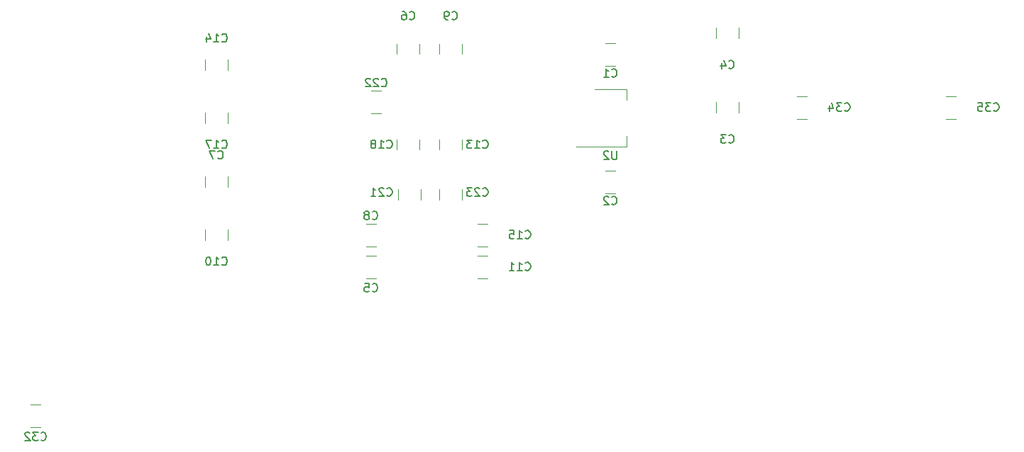
<source format=gbr>
G04 #@! TF.GenerationSoftware,KiCad,Pcbnew,(5.1.0)-1*
G04 #@! TF.CreationDate,2020-03-25T20:16:52-04:00*
G04 #@! TF.ProjectId,Bababooey,42616261-626f-46f6-9579-2e6b69636164,rev?*
G04 #@! TF.SameCoordinates,Original*
G04 #@! TF.FileFunction,Legend,Bot*
G04 #@! TF.FilePolarity,Positive*
%FSLAX46Y46*%
G04 Gerber Fmt 4.6, Leading zero omitted, Abs format (unit mm)*
G04 Created by KiCad (PCBNEW (5.1.0)-1) date 2020-03-25 20:16:52*
%MOMM*%
%LPD*%
G04 APERTURE LIST*
%ADD10C,0.120000*%
%ADD11C,0.150000*%
G04 APERTURE END LIST*
D10*
X179737936Y-24040000D02*
X180942064Y-24040000D01*
X179737936Y-26760000D02*
X180942064Y-26760000D01*
X161957936Y-24040000D02*
X163162064Y-24040000D01*
X161957936Y-26760000D02*
X163162064Y-26760000D01*
X70517936Y-60870000D02*
X71722064Y-60870000D01*
X70517936Y-63590000D02*
X71722064Y-63590000D01*
X119290000Y-36416064D02*
X119290000Y-35211936D01*
X122010000Y-36416064D02*
X122010000Y-35211936D01*
X112362064Y-26125000D02*
X111157936Y-26125000D01*
X112362064Y-23405000D02*
X111157936Y-23405000D01*
X114337000Y-36416064D02*
X114337000Y-35211936D01*
X117057000Y-36416064D02*
X117057000Y-35211936D01*
X116930000Y-29242936D02*
X116930000Y-30447064D01*
X114210000Y-29242936D02*
X114210000Y-30447064D01*
X94070000Y-26067936D02*
X94070000Y-27272064D01*
X91350000Y-26067936D02*
X91350000Y-27272064D01*
X123857936Y-39280000D02*
X125062064Y-39280000D01*
X123857936Y-42000000D02*
X125062064Y-42000000D01*
X94070000Y-19717936D02*
X94070000Y-20922064D01*
X91350000Y-19717936D02*
X91350000Y-20922064D01*
X122010000Y-29242936D02*
X122010000Y-30447064D01*
X119290000Y-29242936D02*
X119290000Y-30447064D01*
X123857936Y-43090000D02*
X125062064Y-43090000D01*
X123857936Y-45810000D02*
X125062064Y-45810000D01*
X94070000Y-40037936D02*
X94070000Y-41242064D01*
X91350000Y-40037936D02*
X91350000Y-41242064D01*
X119290000Y-19017064D02*
X119290000Y-17812936D01*
X122010000Y-19017064D02*
X122010000Y-17812936D01*
X111727064Y-42000000D02*
X110522936Y-42000000D01*
X111727064Y-39280000D02*
X110522936Y-39280000D01*
X94070000Y-33687936D02*
X94070000Y-34892064D01*
X91350000Y-33687936D02*
X91350000Y-34892064D01*
X114210000Y-19017064D02*
X114210000Y-17812936D01*
X116930000Y-19017064D02*
X116930000Y-17812936D01*
X111727064Y-45810000D02*
X110522936Y-45810000D01*
X111727064Y-43090000D02*
X110522936Y-43090000D01*
X152310000Y-17112064D02*
X152310000Y-15907936D01*
X155030000Y-17112064D02*
X155030000Y-15907936D01*
X155030000Y-24797936D02*
X155030000Y-26002064D01*
X152310000Y-24797936D02*
X152310000Y-26002064D01*
X139097936Y-32930000D02*
X140302064Y-32930000D01*
X139097936Y-35650000D02*
X140302064Y-35650000D01*
X139097936Y-17690000D02*
X140302064Y-17690000D01*
X139097936Y-20410000D02*
X140302064Y-20410000D01*
X135600000Y-30080000D02*
X141610000Y-30080000D01*
X137850000Y-23260000D02*
X141610000Y-23260000D01*
X141610000Y-30080000D02*
X141610000Y-28820000D01*
X141610000Y-23260000D02*
X141610000Y-24520000D01*
D11*
X185427857Y-25757142D02*
X185475476Y-25804761D01*
X185618333Y-25852380D01*
X185713571Y-25852380D01*
X185856428Y-25804761D01*
X185951666Y-25709523D01*
X185999285Y-25614285D01*
X186046904Y-25423809D01*
X186046904Y-25280952D01*
X185999285Y-25090476D01*
X185951666Y-24995238D01*
X185856428Y-24900000D01*
X185713571Y-24852380D01*
X185618333Y-24852380D01*
X185475476Y-24900000D01*
X185427857Y-24947619D01*
X185094523Y-24852380D02*
X184475476Y-24852380D01*
X184808809Y-25233333D01*
X184665952Y-25233333D01*
X184570714Y-25280952D01*
X184523095Y-25328571D01*
X184475476Y-25423809D01*
X184475476Y-25661904D01*
X184523095Y-25757142D01*
X184570714Y-25804761D01*
X184665952Y-25852380D01*
X184951666Y-25852380D01*
X185046904Y-25804761D01*
X185094523Y-25757142D01*
X183570714Y-24852380D02*
X184046904Y-24852380D01*
X184094523Y-25328571D01*
X184046904Y-25280952D01*
X183951666Y-25233333D01*
X183713571Y-25233333D01*
X183618333Y-25280952D01*
X183570714Y-25328571D01*
X183523095Y-25423809D01*
X183523095Y-25661904D01*
X183570714Y-25757142D01*
X183618333Y-25804761D01*
X183713571Y-25852380D01*
X183951666Y-25852380D01*
X184046904Y-25804761D01*
X184094523Y-25757142D01*
X167647857Y-25757142D02*
X167695476Y-25804761D01*
X167838333Y-25852380D01*
X167933571Y-25852380D01*
X168076428Y-25804761D01*
X168171666Y-25709523D01*
X168219285Y-25614285D01*
X168266904Y-25423809D01*
X168266904Y-25280952D01*
X168219285Y-25090476D01*
X168171666Y-24995238D01*
X168076428Y-24900000D01*
X167933571Y-24852380D01*
X167838333Y-24852380D01*
X167695476Y-24900000D01*
X167647857Y-24947619D01*
X167314523Y-24852380D02*
X166695476Y-24852380D01*
X167028809Y-25233333D01*
X166885952Y-25233333D01*
X166790714Y-25280952D01*
X166743095Y-25328571D01*
X166695476Y-25423809D01*
X166695476Y-25661904D01*
X166743095Y-25757142D01*
X166790714Y-25804761D01*
X166885952Y-25852380D01*
X167171666Y-25852380D01*
X167266904Y-25804761D01*
X167314523Y-25757142D01*
X165838333Y-25185714D02*
X165838333Y-25852380D01*
X166076428Y-24804761D02*
X166314523Y-25519047D01*
X165695476Y-25519047D01*
X71762857Y-65127142D02*
X71810476Y-65174761D01*
X71953333Y-65222380D01*
X72048571Y-65222380D01*
X72191428Y-65174761D01*
X72286666Y-65079523D01*
X72334285Y-64984285D01*
X72381904Y-64793809D01*
X72381904Y-64650952D01*
X72334285Y-64460476D01*
X72286666Y-64365238D01*
X72191428Y-64270000D01*
X72048571Y-64222380D01*
X71953333Y-64222380D01*
X71810476Y-64270000D01*
X71762857Y-64317619D01*
X71429523Y-64222380D02*
X70810476Y-64222380D01*
X71143809Y-64603333D01*
X71000952Y-64603333D01*
X70905714Y-64650952D01*
X70858095Y-64698571D01*
X70810476Y-64793809D01*
X70810476Y-65031904D01*
X70858095Y-65127142D01*
X70905714Y-65174761D01*
X71000952Y-65222380D01*
X71286666Y-65222380D01*
X71381904Y-65174761D01*
X71429523Y-65127142D01*
X70429523Y-64317619D02*
X70381904Y-64270000D01*
X70286666Y-64222380D01*
X70048571Y-64222380D01*
X69953333Y-64270000D01*
X69905714Y-64317619D01*
X69858095Y-64412857D01*
X69858095Y-64508095D01*
X69905714Y-64650952D01*
X70477142Y-65222380D01*
X69858095Y-65222380D01*
X124467857Y-35917142D02*
X124515476Y-35964761D01*
X124658333Y-36012380D01*
X124753571Y-36012380D01*
X124896428Y-35964761D01*
X124991666Y-35869523D01*
X125039285Y-35774285D01*
X125086904Y-35583809D01*
X125086904Y-35440952D01*
X125039285Y-35250476D01*
X124991666Y-35155238D01*
X124896428Y-35060000D01*
X124753571Y-35012380D01*
X124658333Y-35012380D01*
X124515476Y-35060000D01*
X124467857Y-35107619D01*
X124086904Y-35107619D02*
X124039285Y-35060000D01*
X123944047Y-35012380D01*
X123705952Y-35012380D01*
X123610714Y-35060000D01*
X123563095Y-35107619D01*
X123515476Y-35202857D01*
X123515476Y-35298095D01*
X123563095Y-35440952D01*
X124134523Y-36012380D01*
X123515476Y-36012380D01*
X123182142Y-35012380D02*
X122563095Y-35012380D01*
X122896428Y-35393333D01*
X122753571Y-35393333D01*
X122658333Y-35440952D01*
X122610714Y-35488571D01*
X122563095Y-35583809D01*
X122563095Y-35821904D01*
X122610714Y-35917142D01*
X122658333Y-35964761D01*
X122753571Y-36012380D01*
X123039285Y-36012380D01*
X123134523Y-35964761D01*
X123182142Y-35917142D01*
X112402857Y-22842142D02*
X112450476Y-22889761D01*
X112593333Y-22937380D01*
X112688571Y-22937380D01*
X112831428Y-22889761D01*
X112926666Y-22794523D01*
X112974285Y-22699285D01*
X113021904Y-22508809D01*
X113021904Y-22365952D01*
X112974285Y-22175476D01*
X112926666Y-22080238D01*
X112831428Y-21985000D01*
X112688571Y-21937380D01*
X112593333Y-21937380D01*
X112450476Y-21985000D01*
X112402857Y-22032619D01*
X112021904Y-22032619D02*
X111974285Y-21985000D01*
X111879047Y-21937380D01*
X111640952Y-21937380D01*
X111545714Y-21985000D01*
X111498095Y-22032619D01*
X111450476Y-22127857D01*
X111450476Y-22223095D01*
X111498095Y-22365952D01*
X112069523Y-22937380D01*
X111450476Y-22937380D01*
X111069523Y-22032619D02*
X111021904Y-21985000D01*
X110926666Y-21937380D01*
X110688571Y-21937380D01*
X110593333Y-21985000D01*
X110545714Y-22032619D01*
X110498095Y-22127857D01*
X110498095Y-22223095D01*
X110545714Y-22365952D01*
X111117142Y-22937380D01*
X110498095Y-22937380D01*
X113037857Y-35917142D02*
X113085476Y-35964761D01*
X113228333Y-36012380D01*
X113323571Y-36012380D01*
X113466428Y-35964761D01*
X113561666Y-35869523D01*
X113609285Y-35774285D01*
X113656904Y-35583809D01*
X113656904Y-35440952D01*
X113609285Y-35250476D01*
X113561666Y-35155238D01*
X113466428Y-35060000D01*
X113323571Y-35012380D01*
X113228333Y-35012380D01*
X113085476Y-35060000D01*
X113037857Y-35107619D01*
X112656904Y-35107619D02*
X112609285Y-35060000D01*
X112514047Y-35012380D01*
X112275952Y-35012380D01*
X112180714Y-35060000D01*
X112133095Y-35107619D01*
X112085476Y-35202857D01*
X112085476Y-35298095D01*
X112133095Y-35440952D01*
X112704523Y-36012380D01*
X112085476Y-36012380D01*
X111133095Y-36012380D02*
X111704523Y-36012380D01*
X111418809Y-36012380D02*
X111418809Y-35012380D01*
X111514047Y-35155238D01*
X111609285Y-35250476D01*
X111704523Y-35298095D01*
X113037857Y-30202142D02*
X113085476Y-30249761D01*
X113228333Y-30297380D01*
X113323571Y-30297380D01*
X113466428Y-30249761D01*
X113561666Y-30154523D01*
X113609285Y-30059285D01*
X113656904Y-29868809D01*
X113656904Y-29725952D01*
X113609285Y-29535476D01*
X113561666Y-29440238D01*
X113466428Y-29345000D01*
X113323571Y-29297380D01*
X113228333Y-29297380D01*
X113085476Y-29345000D01*
X113037857Y-29392619D01*
X112085476Y-30297380D02*
X112656904Y-30297380D01*
X112371190Y-30297380D02*
X112371190Y-29297380D01*
X112466428Y-29440238D01*
X112561666Y-29535476D01*
X112656904Y-29583095D01*
X111514047Y-29725952D02*
X111609285Y-29678333D01*
X111656904Y-29630714D01*
X111704523Y-29535476D01*
X111704523Y-29487857D01*
X111656904Y-29392619D01*
X111609285Y-29345000D01*
X111514047Y-29297380D01*
X111323571Y-29297380D01*
X111228333Y-29345000D01*
X111180714Y-29392619D01*
X111133095Y-29487857D01*
X111133095Y-29535476D01*
X111180714Y-29630714D01*
X111228333Y-29678333D01*
X111323571Y-29725952D01*
X111514047Y-29725952D01*
X111609285Y-29773571D01*
X111656904Y-29821190D01*
X111704523Y-29916428D01*
X111704523Y-30106904D01*
X111656904Y-30202142D01*
X111609285Y-30249761D01*
X111514047Y-30297380D01*
X111323571Y-30297380D01*
X111228333Y-30249761D01*
X111180714Y-30202142D01*
X111133095Y-30106904D01*
X111133095Y-29916428D01*
X111180714Y-29821190D01*
X111228333Y-29773571D01*
X111323571Y-29725952D01*
X93352857Y-30202142D02*
X93400476Y-30249761D01*
X93543333Y-30297380D01*
X93638571Y-30297380D01*
X93781428Y-30249761D01*
X93876666Y-30154523D01*
X93924285Y-30059285D01*
X93971904Y-29868809D01*
X93971904Y-29725952D01*
X93924285Y-29535476D01*
X93876666Y-29440238D01*
X93781428Y-29345000D01*
X93638571Y-29297380D01*
X93543333Y-29297380D01*
X93400476Y-29345000D01*
X93352857Y-29392619D01*
X92400476Y-30297380D02*
X92971904Y-30297380D01*
X92686190Y-30297380D02*
X92686190Y-29297380D01*
X92781428Y-29440238D01*
X92876666Y-29535476D01*
X92971904Y-29583095D01*
X92067142Y-29297380D02*
X91400476Y-29297380D01*
X91829047Y-30297380D01*
X129547857Y-40997142D02*
X129595476Y-41044761D01*
X129738333Y-41092380D01*
X129833571Y-41092380D01*
X129976428Y-41044761D01*
X130071666Y-40949523D01*
X130119285Y-40854285D01*
X130166904Y-40663809D01*
X130166904Y-40520952D01*
X130119285Y-40330476D01*
X130071666Y-40235238D01*
X129976428Y-40140000D01*
X129833571Y-40092380D01*
X129738333Y-40092380D01*
X129595476Y-40140000D01*
X129547857Y-40187619D01*
X128595476Y-41092380D02*
X129166904Y-41092380D01*
X128881190Y-41092380D02*
X128881190Y-40092380D01*
X128976428Y-40235238D01*
X129071666Y-40330476D01*
X129166904Y-40378095D01*
X127690714Y-40092380D02*
X128166904Y-40092380D01*
X128214523Y-40568571D01*
X128166904Y-40520952D01*
X128071666Y-40473333D01*
X127833571Y-40473333D01*
X127738333Y-40520952D01*
X127690714Y-40568571D01*
X127643095Y-40663809D01*
X127643095Y-40901904D01*
X127690714Y-40997142D01*
X127738333Y-41044761D01*
X127833571Y-41092380D01*
X128071666Y-41092380D01*
X128166904Y-41044761D01*
X128214523Y-40997142D01*
X93352857Y-17502142D02*
X93400476Y-17549761D01*
X93543333Y-17597380D01*
X93638571Y-17597380D01*
X93781428Y-17549761D01*
X93876666Y-17454523D01*
X93924285Y-17359285D01*
X93971904Y-17168809D01*
X93971904Y-17025952D01*
X93924285Y-16835476D01*
X93876666Y-16740238D01*
X93781428Y-16645000D01*
X93638571Y-16597380D01*
X93543333Y-16597380D01*
X93400476Y-16645000D01*
X93352857Y-16692619D01*
X92400476Y-17597380D02*
X92971904Y-17597380D01*
X92686190Y-17597380D02*
X92686190Y-16597380D01*
X92781428Y-16740238D01*
X92876666Y-16835476D01*
X92971904Y-16883095D01*
X91543333Y-16930714D02*
X91543333Y-17597380D01*
X91781428Y-16549761D02*
X92019523Y-17264047D01*
X91400476Y-17264047D01*
X124467857Y-30202142D02*
X124515476Y-30249761D01*
X124658333Y-30297380D01*
X124753571Y-30297380D01*
X124896428Y-30249761D01*
X124991666Y-30154523D01*
X125039285Y-30059285D01*
X125086904Y-29868809D01*
X125086904Y-29725952D01*
X125039285Y-29535476D01*
X124991666Y-29440238D01*
X124896428Y-29345000D01*
X124753571Y-29297380D01*
X124658333Y-29297380D01*
X124515476Y-29345000D01*
X124467857Y-29392619D01*
X123515476Y-30297380D02*
X124086904Y-30297380D01*
X123801190Y-30297380D02*
X123801190Y-29297380D01*
X123896428Y-29440238D01*
X123991666Y-29535476D01*
X124086904Y-29583095D01*
X123182142Y-29297380D02*
X122563095Y-29297380D01*
X122896428Y-29678333D01*
X122753571Y-29678333D01*
X122658333Y-29725952D01*
X122610714Y-29773571D01*
X122563095Y-29868809D01*
X122563095Y-30106904D01*
X122610714Y-30202142D01*
X122658333Y-30249761D01*
X122753571Y-30297380D01*
X123039285Y-30297380D01*
X123134523Y-30249761D01*
X123182142Y-30202142D01*
X129547857Y-44807142D02*
X129595476Y-44854761D01*
X129738333Y-44902380D01*
X129833571Y-44902380D01*
X129976428Y-44854761D01*
X130071666Y-44759523D01*
X130119285Y-44664285D01*
X130166904Y-44473809D01*
X130166904Y-44330952D01*
X130119285Y-44140476D01*
X130071666Y-44045238D01*
X129976428Y-43950000D01*
X129833571Y-43902380D01*
X129738333Y-43902380D01*
X129595476Y-43950000D01*
X129547857Y-43997619D01*
X128595476Y-44902380D02*
X129166904Y-44902380D01*
X128881190Y-44902380D02*
X128881190Y-43902380D01*
X128976428Y-44045238D01*
X129071666Y-44140476D01*
X129166904Y-44188095D01*
X127643095Y-44902380D02*
X128214523Y-44902380D01*
X127928809Y-44902380D02*
X127928809Y-43902380D01*
X128024047Y-44045238D01*
X128119285Y-44140476D01*
X128214523Y-44188095D01*
X93352857Y-44172142D02*
X93400476Y-44219761D01*
X93543333Y-44267380D01*
X93638571Y-44267380D01*
X93781428Y-44219761D01*
X93876666Y-44124523D01*
X93924285Y-44029285D01*
X93971904Y-43838809D01*
X93971904Y-43695952D01*
X93924285Y-43505476D01*
X93876666Y-43410238D01*
X93781428Y-43315000D01*
X93638571Y-43267380D01*
X93543333Y-43267380D01*
X93400476Y-43315000D01*
X93352857Y-43362619D01*
X92400476Y-44267380D02*
X92971904Y-44267380D01*
X92686190Y-44267380D02*
X92686190Y-43267380D01*
X92781428Y-43410238D01*
X92876666Y-43505476D01*
X92971904Y-43553095D01*
X91781428Y-43267380D02*
X91686190Y-43267380D01*
X91590952Y-43315000D01*
X91543333Y-43362619D01*
X91495714Y-43457857D01*
X91448095Y-43648333D01*
X91448095Y-43886428D01*
X91495714Y-44076904D01*
X91543333Y-44172142D01*
X91590952Y-44219761D01*
X91686190Y-44267380D01*
X91781428Y-44267380D01*
X91876666Y-44219761D01*
X91924285Y-44172142D01*
X91971904Y-44076904D01*
X92019523Y-43886428D01*
X92019523Y-43648333D01*
X91971904Y-43457857D01*
X91924285Y-43362619D01*
X91876666Y-43315000D01*
X91781428Y-43267380D01*
X120816666Y-14835142D02*
X120864285Y-14882761D01*
X121007142Y-14930380D01*
X121102380Y-14930380D01*
X121245238Y-14882761D01*
X121340476Y-14787523D01*
X121388095Y-14692285D01*
X121435714Y-14501809D01*
X121435714Y-14358952D01*
X121388095Y-14168476D01*
X121340476Y-14073238D01*
X121245238Y-13978000D01*
X121102380Y-13930380D01*
X121007142Y-13930380D01*
X120864285Y-13978000D01*
X120816666Y-14025619D01*
X120340476Y-14930380D02*
X120150000Y-14930380D01*
X120054761Y-14882761D01*
X120007142Y-14835142D01*
X119911904Y-14692285D01*
X119864285Y-14501809D01*
X119864285Y-14120857D01*
X119911904Y-14025619D01*
X119959523Y-13978000D01*
X120054761Y-13930380D01*
X120245238Y-13930380D01*
X120340476Y-13978000D01*
X120388095Y-14025619D01*
X120435714Y-14120857D01*
X120435714Y-14358952D01*
X120388095Y-14454190D01*
X120340476Y-14501809D01*
X120245238Y-14549428D01*
X120054761Y-14549428D01*
X119959523Y-14501809D01*
X119911904Y-14454190D01*
X119864285Y-14358952D01*
X111291666Y-38717142D02*
X111339285Y-38764761D01*
X111482142Y-38812380D01*
X111577380Y-38812380D01*
X111720238Y-38764761D01*
X111815476Y-38669523D01*
X111863095Y-38574285D01*
X111910714Y-38383809D01*
X111910714Y-38240952D01*
X111863095Y-38050476D01*
X111815476Y-37955238D01*
X111720238Y-37860000D01*
X111577380Y-37812380D01*
X111482142Y-37812380D01*
X111339285Y-37860000D01*
X111291666Y-37907619D01*
X110720238Y-38240952D02*
X110815476Y-38193333D01*
X110863095Y-38145714D01*
X110910714Y-38050476D01*
X110910714Y-38002857D01*
X110863095Y-37907619D01*
X110815476Y-37860000D01*
X110720238Y-37812380D01*
X110529761Y-37812380D01*
X110434523Y-37860000D01*
X110386904Y-37907619D01*
X110339285Y-38002857D01*
X110339285Y-38050476D01*
X110386904Y-38145714D01*
X110434523Y-38193333D01*
X110529761Y-38240952D01*
X110720238Y-38240952D01*
X110815476Y-38288571D01*
X110863095Y-38336190D01*
X110910714Y-38431428D01*
X110910714Y-38621904D01*
X110863095Y-38717142D01*
X110815476Y-38764761D01*
X110720238Y-38812380D01*
X110529761Y-38812380D01*
X110434523Y-38764761D01*
X110386904Y-38717142D01*
X110339285Y-38621904D01*
X110339285Y-38431428D01*
X110386904Y-38336190D01*
X110434523Y-38288571D01*
X110529761Y-38240952D01*
X92876666Y-31472142D02*
X92924285Y-31519761D01*
X93067142Y-31567380D01*
X93162380Y-31567380D01*
X93305238Y-31519761D01*
X93400476Y-31424523D01*
X93448095Y-31329285D01*
X93495714Y-31138809D01*
X93495714Y-30995952D01*
X93448095Y-30805476D01*
X93400476Y-30710238D01*
X93305238Y-30615000D01*
X93162380Y-30567380D01*
X93067142Y-30567380D01*
X92924285Y-30615000D01*
X92876666Y-30662619D01*
X92543333Y-30567380D02*
X91876666Y-30567380D01*
X92305238Y-31567380D01*
X115736666Y-14835142D02*
X115784285Y-14882761D01*
X115927142Y-14930380D01*
X116022380Y-14930380D01*
X116165238Y-14882761D01*
X116260476Y-14787523D01*
X116308095Y-14692285D01*
X116355714Y-14501809D01*
X116355714Y-14358952D01*
X116308095Y-14168476D01*
X116260476Y-14073238D01*
X116165238Y-13978000D01*
X116022380Y-13930380D01*
X115927142Y-13930380D01*
X115784285Y-13978000D01*
X115736666Y-14025619D01*
X114879523Y-13930380D02*
X115070000Y-13930380D01*
X115165238Y-13978000D01*
X115212857Y-14025619D01*
X115308095Y-14168476D01*
X115355714Y-14358952D01*
X115355714Y-14739904D01*
X115308095Y-14835142D01*
X115260476Y-14882761D01*
X115165238Y-14930380D01*
X114974761Y-14930380D01*
X114879523Y-14882761D01*
X114831904Y-14835142D01*
X114784285Y-14739904D01*
X114784285Y-14501809D01*
X114831904Y-14406571D01*
X114879523Y-14358952D01*
X114974761Y-14311333D01*
X115165238Y-14311333D01*
X115260476Y-14358952D01*
X115308095Y-14406571D01*
X115355714Y-14501809D01*
X111291666Y-47347142D02*
X111339285Y-47394761D01*
X111482142Y-47442380D01*
X111577380Y-47442380D01*
X111720238Y-47394761D01*
X111815476Y-47299523D01*
X111863095Y-47204285D01*
X111910714Y-47013809D01*
X111910714Y-46870952D01*
X111863095Y-46680476D01*
X111815476Y-46585238D01*
X111720238Y-46490000D01*
X111577380Y-46442380D01*
X111482142Y-46442380D01*
X111339285Y-46490000D01*
X111291666Y-46537619D01*
X110386904Y-46442380D02*
X110863095Y-46442380D01*
X110910714Y-46918571D01*
X110863095Y-46870952D01*
X110767857Y-46823333D01*
X110529761Y-46823333D01*
X110434523Y-46870952D01*
X110386904Y-46918571D01*
X110339285Y-47013809D01*
X110339285Y-47251904D01*
X110386904Y-47347142D01*
X110434523Y-47394761D01*
X110529761Y-47442380D01*
X110767857Y-47442380D01*
X110863095Y-47394761D01*
X110910714Y-47347142D01*
X153836666Y-20677142D02*
X153884285Y-20724761D01*
X154027142Y-20772380D01*
X154122380Y-20772380D01*
X154265238Y-20724761D01*
X154360476Y-20629523D01*
X154408095Y-20534285D01*
X154455714Y-20343809D01*
X154455714Y-20200952D01*
X154408095Y-20010476D01*
X154360476Y-19915238D01*
X154265238Y-19820000D01*
X154122380Y-19772380D01*
X154027142Y-19772380D01*
X153884285Y-19820000D01*
X153836666Y-19867619D01*
X152979523Y-20105714D02*
X152979523Y-20772380D01*
X153217619Y-19724761D02*
X153455714Y-20439047D01*
X152836666Y-20439047D01*
X153836666Y-29567142D02*
X153884285Y-29614761D01*
X154027142Y-29662380D01*
X154122380Y-29662380D01*
X154265238Y-29614761D01*
X154360476Y-29519523D01*
X154408095Y-29424285D01*
X154455714Y-29233809D01*
X154455714Y-29090952D01*
X154408095Y-28900476D01*
X154360476Y-28805238D01*
X154265238Y-28710000D01*
X154122380Y-28662380D01*
X154027142Y-28662380D01*
X153884285Y-28710000D01*
X153836666Y-28757619D01*
X153503333Y-28662380D02*
X152884285Y-28662380D01*
X153217619Y-29043333D01*
X153074761Y-29043333D01*
X152979523Y-29090952D01*
X152931904Y-29138571D01*
X152884285Y-29233809D01*
X152884285Y-29471904D01*
X152931904Y-29567142D01*
X152979523Y-29614761D01*
X153074761Y-29662380D01*
X153360476Y-29662380D01*
X153455714Y-29614761D01*
X153503333Y-29567142D01*
X139866666Y-36927142D02*
X139914285Y-36974761D01*
X140057142Y-37022380D01*
X140152380Y-37022380D01*
X140295238Y-36974761D01*
X140390476Y-36879523D01*
X140438095Y-36784285D01*
X140485714Y-36593809D01*
X140485714Y-36450952D01*
X140438095Y-36260476D01*
X140390476Y-36165238D01*
X140295238Y-36070000D01*
X140152380Y-36022380D01*
X140057142Y-36022380D01*
X139914285Y-36070000D01*
X139866666Y-36117619D01*
X139485714Y-36117619D02*
X139438095Y-36070000D01*
X139342857Y-36022380D01*
X139104761Y-36022380D01*
X139009523Y-36070000D01*
X138961904Y-36117619D01*
X138914285Y-36212857D01*
X138914285Y-36308095D01*
X138961904Y-36450952D01*
X139533333Y-37022380D01*
X138914285Y-37022380D01*
X139866666Y-21687142D02*
X139914285Y-21734761D01*
X140057142Y-21782380D01*
X140152380Y-21782380D01*
X140295238Y-21734761D01*
X140390476Y-21639523D01*
X140438095Y-21544285D01*
X140485714Y-21353809D01*
X140485714Y-21210952D01*
X140438095Y-21020476D01*
X140390476Y-20925238D01*
X140295238Y-20830000D01*
X140152380Y-20782380D01*
X140057142Y-20782380D01*
X139914285Y-20830000D01*
X139866666Y-20877619D01*
X138914285Y-21782380D02*
X139485714Y-21782380D01*
X139200000Y-21782380D02*
X139200000Y-20782380D01*
X139295238Y-20925238D01*
X139390476Y-21020476D01*
X139485714Y-21068095D01*
X140461904Y-30622380D02*
X140461904Y-31431904D01*
X140414285Y-31527142D01*
X140366666Y-31574761D01*
X140271428Y-31622380D01*
X140080952Y-31622380D01*
X139985714Y-31574761D01*
X139938095Y-31527142D01*
X139890476Y-31431904D01*
X139890476Y-30622380D01*
X139461904Y-30717619D02*
X139414285Y-30670000D01*
X139319047Y-30622380D01*
X139080952Y-30622380D01*
X138985714Y-30670000D01*
X138938095Y-30717619D01*
X138890476Y-30812857D01*
X138890476Y-30908095D01*
X138938095Y-31050952D01*
X139509523Y-31622380D01*
X138890476Y-31622380D01*
M02*

</source>
